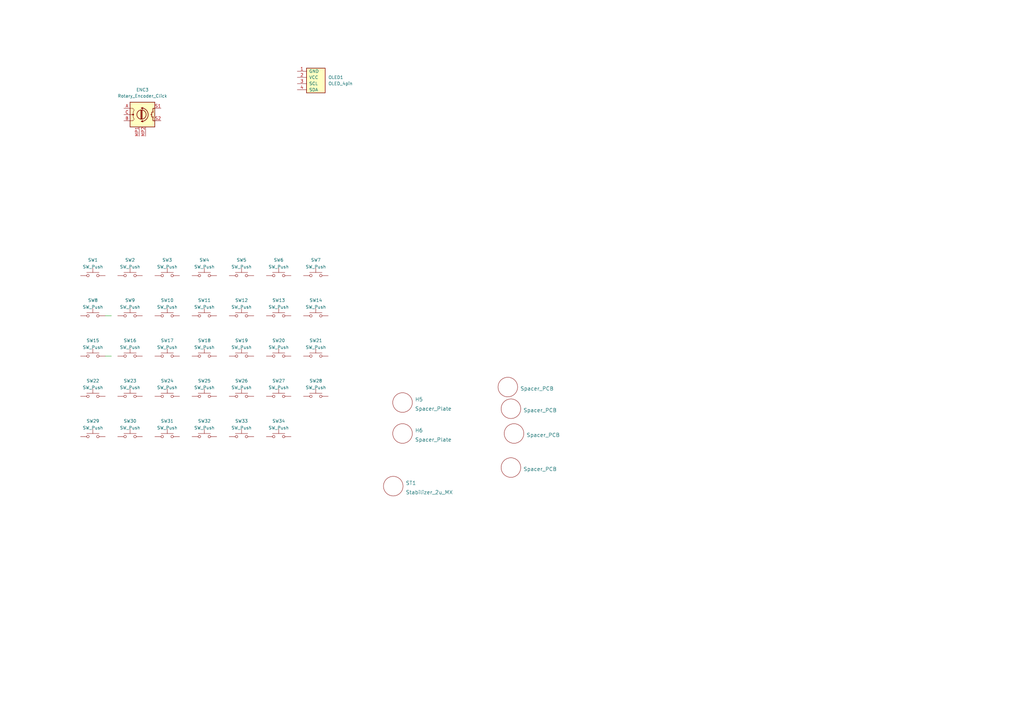
<source format=kicad_sch>
(kicad_sch (version 20211123) (generator eeschema)
  (paper "A3")
  (title_block (title "RefleXion - 65 Front Plate Module") (date "2022-10-10") (rev "v1.0.0") (company "Tweety's Wild Thinking") (comment 1 "Design: Markus Knutsson <markus.knutsson@tweety.se>") (comment 2 "Concept: Pedro Quaresma <pq@live.ie>") (comment 3 "https://github.com/TweetyDaBird") (comment 4 "Licensed under Creative Commons BY-SA 4.0 International"))
  (lib_symbols
    (symbol "Keyboard Common:OLED_4pin" (pin_names (offset 1.016))
      (property "Reference" "OLED" (at 0 5.08 0))
      (property "Value" "OLED_4pin" (at 0 -7.62 0))
      (symbol "OLED_4pin_1_1"
        (rectangle (start -1.27 3.81) (end 6.35 -6.35) (stroke (width 0.254)) (fill (type background)))
        (pin passive line (at -5.08 2.54 0) (length 3.81) (name "GND") (number "1"))
        (pin passive line (at -5.08 0 0) (length 3.81) (name "VCC") (number "2"))
        (pin passive line (at -5.08 -2.54 0) (length 3.81) (name "SCL") (number "3"))
        (pin passive line (at -5.08 -5.08 0) (length 3.81) (name "SDA") (number "4"))
      )
    )
    (symbol "Keyboard Switches:Rotary_Encoder_Click" (pin_names (offset 0.254) hide)
      (property "Reference" "ENC" (at 0 6.604 0))
      (property "Value" "Rotary_Encoder_Click" (at 0 8.89 0))
      (symbol "Rotary_Encoder_Click_0_1"
        (rectangle (start -5.08 5.08) (end 5.08 -5.08) (stroke (width 0.254)) (fill (type background)))
        (circle (center -3.81 0) (radius 0.254) (fill (type outline)))
        (arc (start -0.381 -2.794) (mid 2.3622 -0.0508) (end -0.381 2.667) (stroke (width 0.254)))
        (circle (center -0.381 0) (radius 1.905) (stroke (width 0.254)))
        (polyline (pts (xy -0.635 -1.778) (xy -0.635 1.778)) (stroke (width 0.254)))
        (polyline (pts (xy -0.381 -1.778) (xy -0.381 1.778)) (stroke (width 0.254)))
        (polyline (pts (xy -0.127 1.778) (xy -0.127 -1.778)) (stroke (width 0.254)))
        (polyline (pts (xy 3.81 0) (xy 3.429 0)) (stroke (width 0.254)))
        (polyline (pts (xy 3.81 1.016) (xy 3.81 -1.016)) (stroke (width 0.254)))
        (polyline (pts (xy -5.08 -2.54) (xy -3.81 -2.54) (xy -3.81 -2.032)))
        (polyline (pts (xy -5.08 2.54) (xy -3.81 2.54) (xy -3.81 2.032)))
        (polyline (pts (xy 0.254 -3.048) (xy -0.508 -2.794) (xy 0.127 -2.413)) (stroke (width 0.254)))
        (polyline (pts (xy 0.254 2.921) (xy -0.508 2.667) (xy 0.127 2.286)) (stroke (width 0.254)))
        (polyline (pts (xy 5.08 -2.54) (xy 4.318 -2.54) (xy 4.318 -1.016)) (stroke (width 0.254)))
        (polyline (pts (xy 5.08 2.54) (xy 4.318 2.54) (xy 4.318 1.016)) (stroke (width 0.254)))
        (polyline (pts (xy -5.08 0) (xy -3.81 0) (xy -3.81 -1.016) (xy -3.302 -2.032)))
        (polyline (pts (xy -4.318 0) (xy -3.81 0) (xy -3.81 1.016) (xy -3.302 2.032)))
        (circle (center 4.318 -1.016) (radius 0.127) (stroke (width 0.254)))
        (circle (center 4.318 1.016) (radius 0.127) (stroke (width 0.254)))
      )
      (symbol "Rotary_Encoder_Click_1_1"
        (pin passive line (at -7.62 2.54 0) (length 2.54) (name "A") (number "A"))
        (pin passive line (at -7.62 -2.54 0) (length 2.54) (name "B") (number "B"))
        (pin passive line (at -7.62 0 0) (length 2.54) (name "C") (number "C"))
        (pin power_in line (at -1.27 -8.89 90) (length 3.7084) (name "GND") (number "MP1"))
        (pin power_in line (at 1.27 -8.89 90) (length 3.7592) (name "GND") (number "MP2"))
        (pin passive line (at 7.62 2.54 180) (length 2.54) (name "S1") (number "S1"))
        (pin passive line (at 7.62 -2.54 180) (length 2.54) (name "S2") (number "S2"))
      )
    )
    (symbol "Keyboard Switches:SW_MX_HotSwap_Reversible" (pin_numbers hide) (pin_names (offset 1.016) hide)
      (property "Reference" "SW" (at 1.27 2.54 0))
      (property "Value" "SW_MX_HotSwap_Reversible" (at 0 -1.524 0))
      (symbol "SW_MX_HotSwap_Reversible_0_1"
        (circle (center -2.032 0) (radius 0.508))
        (polyline (pts (xy 0 1.27) (xy 0 3.048)))
        (polyline (pts (xy 2.54 1.27) (xy -2.54 1.27)))
        (circle (center 2.032 0) (radius 0.508))
        (pin passive line (at -5.08 0 0) (length 2.54) (name "1") (number "1"))
        (pin passive line (at 5.08 0 180) (length 2.54) (name "2") (number "2"))
      )
    )
    (symbol "Keyboard Switches:Stabilizer_2u_MX" (pin_names (offset 1.016))
      (property "Reference" "ST1" (at 0 -1.27 0))
      (property "Value" "Stabilizer_2u_MX" (at 0 1.27 0))
      (symbol "Stabilizer_2u_MX_0_1"
        (circle (center 0 0) (radius 4.0132))
      )
    )
    (symbol "Keyboard_Plate:Spacer_PCB" (pin_names (offset 1.016))
      (property "Value" "Spacer_PCB" (at 0 1.27 0))
      (symbol "Spacer_PCB_0_1"
        (circle (center 0 0) (radius 4.0132))
      )
    )
    (symbol "Keyboard_Plate:Spacer_Plate" (pin_names (offset 1.016))
      (property "Reference" "H1" (at 4.7244 1.3462 0))
      (property "Value" "Spacer_Plate" (at 4.7244 -1.3462 0))
      (symbol "Spacer_Plate_0_1"
        (circle (center 0 0) (radius 4.0132))
      )
    )
  )
  (wire (pts (xy 43.18 146.05) (xy 45.72 146.05)))
  (wire (pts (xy 43.18 129.54) (xy 45.72 129.54)))
  (symbol (lib_id "Keyboard Switches:SW_MX_HotSwap_Reversible") (at 83.82 162.56 0) (unit 1)
    (property "Reference" "SW25" (at 83.82 156.1805 0))
    (property "Value" "SW_Push" (at 83.82 158.9556 0))
    (property "Footprint" "Keyboard_Plate:SW_MX_Plate_Placeholder" (effects hide))
  )
  (symbol (lib_id "Keyboard Common:OLED_4pin") (at 127 31.75 0) (unit 1)
    (property "Reference" "OLED1" (at 134.62 31.7499 0) (effects (justify left)))
    (property "Value" "OLED_4pin" (at 134.62 34.2899 0) (effects (justify left)))
    (property "Footprint" "Keyboard_Plate:OLED Placeholder" (effects hide))
  )
  (symbol (lib_id "Keyboard Switches:SW_MX_HotSwap_Reversible") (at 53.34 146.05 0) (unit 1)
    (property "Reference" "SW16" (at 53.34 139.6705 0))
    (property "Value" "SW_Push" (at 53.34 142.4456 0))
    (property "Footprint" "Keyboard_Plate:SW_MX_Plate_Placeholder" (effects hide))
  )
  (symbol (lib_id "Keyboard Switches:Stabilizer_2u_MX") (at 161.29 199.39 0) (unit 1)
    (property "Reference" "ST1" (at 166.37 198.12 0) (effects (font (size 1.524 1.524)) (justify left)))
    (property "Value" "Stabilizer_2u_MX" (at 166.37 201.93 0) (effects (font (size 1.524 1.524)) (justify left)))
    (property "Footprint" "Keyboard_Plate:Stabilizer_Cherry_MX_2.00u_PLate" (effects hide))
  )
  (symbol (lib_id "Keyboard Switches:SW_MX_HotSwap_Reversible") (at 68.58 162.56 0) (unit 1)
    (property "Reference" "SW24" (at 68.58 156.1805 0))
    (property "Value" "SW_Push" (at 68.58 158.9556 0))
    (property "Footprint" "Keyboard_Plate:SW_MX_Plate_Placeholder" (effects hide))
  )
  (symbol (lib_id "Keyboard Switches:Rotary_Encoder_Click") (at 58.42 46.99 0) (unit 1)
    (property "Reference" "ENC3" (at 58.42 36.83 0))
    (property "Value" "Rotary_Encoder_Click" (at 58.42 39.37 0))
    (property "Footprint" "Keyboard Encoders:Encoder_Plate_Placeholder" (effects hide))
  )
  (symbol (lib_id "Keyboard Switches:SW_MX_HotSwap_Reversible") (at 129.54 162.56 0) (unit 1)
    (property "Reference" "SW28" (at 129.54 156.1805 0))
    (property "Value" "SW_Push" (at 129.54 158.9556 0))
    (property "Footprint" "Keyboard_Plate:SW_MX_Plate_Placeholder" (effects hide))
  )
  (symbol (lib_id "Keyboard Switches:SW_MX_HotSwap_Reversible") (at 114.3 146.05 0) (unit 1)
    (property "Reference" "SW20" (at 114.3 139.6705 0))
    (property "Value" "SW_Push" (at 114.3 142.4456 0))
    (property "Footprint" "Keyboard_Plate:SW_MX_Plate_Placeholder" (effects hide))
  )
  (symbol (lib_id "Keyboard Switches:SW_MX_HotSwap_Reversible") (at 38.1 129.54 0) (unit 1)
    (property "Reference" "SW8" (at 38.1 123.1605 0))
    (property "Value" "SW_Push" (at 38.1 125.9356 0))
    (property "Footprint" "Keyboard_Plate:SW_MX_Plate_Placeholder" (effects hide))
  )
  (symbol (lib_id "Keyboard Switches:SW_MX_HotSwap_Reversible") (at 38.1 146.05 0) (unit 1)
    (property "Reference" "SW15" (at 38.1 139.6705 0))
    (property "Value" "SW_Push" (at 38.1 142.4456 0))
    (property "Footprint" "Keyboard_Plate:SW_MX_Plate_Placeholder" (effects hide))
  )
  (symbol (lib_id "Keyboard Switches:SW_MX_HotSwap_Reversible") (at 53.34 113.03 0) (unit 1)
    (property "Reference" "SW2" (at 53.34 106.6505 0))
    (property "Value" "SW_Push" (at 53.34 109.4256 0))
    (property "Footprint" "Keyboard_Plate:SW_MX_Plate_Placeholder" (effects hide))
  )
  (symbol (lib_id "Keyboard Switches:SW_MX_HotSwap_Reversible") (at 83.82 129.54 0) (unit 1)
    (property "Reference" "SW11" (at 83.82 123.1605 0))
    (property "Value" "SW_Push" (at 83.82 125.9356 0))
    (property "Footprint" "Keyboard_Plate:SW_MX_Plate_Placeholder" (effects hide))
  )
  (symbol (lib_id "Keyboard_Plate:Spacer_PCB") (at 209.55 191.77 0) (unit 1)
    (property "Reference" "H1" (effects hide))
    (property "Value" "Spacer_PCB" (at 214.63 192.405 0) (effects (font (size 1.524 1.524)) (justify left)))
    (property "Footprint" "Keyboard_Plate:Spacer Plate hole" (effects hide))
  )
  (symbol (lib_id "Keyboard Switches:SW_MX_HotSwap_Reversible") (at 68.58 179.07 0) (unit 1)
    (property "Reference" "SW31" (at 68.58 172.6905 0))
    (property "Value" "SW_Push" (at 68.58 175.4656 0))
    (property "Footprint" "Keyboard_Plate:SW_MX_Plate_Placeholder" (effects hide))
  )
  (symbol (lib_id "Keyboard_Plate:Spacer_PCB") (at 208.28 158.75 0) (unit 1)
    (property "Reference" "H2" (effects hide))
    (property "Value" "Spacer_PCB" (at 213.36 159.385 0) (effects (font (size 1.524 1.524)) (justify left)))
    (property "Footprint" "Keyboard_Plate:Spacer Plate hole" (effects hide))
  )
  (symbol (lib_id "Keyboard Switches:SW_MX_HotSwap_Reversible") (at 53.34 179.07 0) (unit 1)
    (property "Reference" "SW30" (at 53.34 172.6905 0))
    (property "Value" "SW_Push" (at 53.34 175.4656 0))
    (property "Footprint" "Keyboard_Plate:SW_MX_Plate_Placeholder" (effects hide))
  )
  (symbol (lib_id "Keyboard Switches:SW_MX_HotSwap_Reversible") (at 99.06 129.54 0) (unit 1)
    (property "Reference" "SW12" (at 99.06 123.1605 0))
    (property "Value" "SW_Push" (at 99.06 125.9356 0))
    (property "Footprint" "Keyboard_Plate:SW_MX_Plate_Placeholder" (effects hide))
  )
  (symbol (lib_id "Keyboard Switches:SW_MX_HotSwap_Reversible") (at 83.82 179.07 0) (unit 1)
    (property "Reference" "SW32" (at 83.82 172.6905 0))
    (property "Value" "SW_Push" (at 83.82 175.4656 0))
    (property "Footprint" "Keyboard_Plate:SW_MX_Plate_Placeholder" (effects hide))
  )
  (symbol (lib_id "Keyboard Switches:SW_MX_HotSwap_Reversible") (at 68.58 129.54 0) (unit 1)
    (property "Reference" "SW10" (at 68.58 123.1605 0))
    (property "Value" "SW_Push" (at 68.58 125.9356 0))
    (property "Footprint" "Keyboard_Plate:SW_MX_Plate_Placeholder" (effects hide))
  )
  (symbol (lib_id "Keyboard_Plate:Spacer_PCB") (at 209.55 167.64 0) (unit 1)
    (property "Reference" "H3" (effects hide))
    (property "Value" "Spacer_PCB" (at 214.63 168.275 0) (effects (font (size 1.524 1.524)) (justify left)))
    (property "Footprint" "Keyboard_Plate:Spacer Plate hole" (effects hide))
  )
  (symbol (lib_id "Keyboard Switches:SW_MX_HotSwap_Reversible") (at 114.3 162.56 0) (unit 1)
    (property "Reference" "SW27" (at 114.3 156.1805 0))
    (property "Value" "SW_Push" (at 114.3 158.9556 0))
    (property "Footprint" "Keyboard_Plate:SW_MX_Plate_Placeholder" (effects hide))
  )
  (symbol (lib_id "Keyboard Switches:SW_MX_HotSwap_Reversible") (at 83.82 113.03 0) (unit 1)
    (property "Reference" "SW4" (at 83.82 106.6505 0))
    (property "Value" "SW_Push" (at 83.82 109.4256 0))
    (property "Footprint" "Keyboard_Plate:SW_MX_Plate_Placeholder" (effects hide))
  )
  (symbol (lib_id "Keyboard Switches:SW_MX_HotSwap_Reversible") (at 99.06 146.05 0) (unit 1)
    (property "Reference" "SW19" (at 99.06 139.6705 0))
    (property "Value" "SW_Push" (at 99.06 142.4456 0))
    (property "Footprint" "Keyboard_Plate:SW_MX_Plate_Placeholder" (effects hide))
  )
  (symbol (lib_id "Keyboard Switches:SW_MX_HotSwap_Reversible") (at 129.54 113.03 0) (unit 1)
    (property "Reference" "SW7" (at 129.54 106.6505 0))
    (property "Value" "SW_Push" (at 129.54 109.4256 0))
    (property "Footprint" "Keyboard_Plate:SW_MX_Plate_Placeholder" (effects hide))
  )
  (symbol (lib_id "Keyboard Switches:SW_MX_HotSwap_Reversible") (at 114.3 129.54 0) (unit 1)
    (property "Reference" "SW13" (at 114.3 123.1605 0))
    (property "Value" "SW_Push" (at 114.3 125.9356 0))
    (property "Footprint" "Keyboard_Plate:SW_MX_Plate_Placeholder" (effects hide))
  )
  (symbol (lib_id "Keyboard Switches:SW_MX_HotSwap_Reversible") (at 53.34 162.56 0) (unit 1)
    (property "Reference" "SW23" (at 53.34 156.1805 0))
    (property "Value" "SW_Push" (at 53.34 158.9556 0))
    (property "Footprint" "Keyboard_Plate:SW_MX_Plate_Placeholder" (effects hide))
  )
  (symbol (lib_id "Keyboard_Plate:Spacer_Plate") (at 165.1 165.1 0) (unit 1)
    (property "Reference" "H5" (at 170.18 163.83 0) (effects (font (size 1.524 1.524)) (justify left)))
    (property "Value" "Spacer_Plate" (at 170.18 167.64 0) (effects (font (size 1.524 1.524)) (justify left)))
    (property "Footprint" "Keyboard_Plate:Spacer Plate hole" (effects hide))
  )
  (symbol (lib_id "Keyboard Switches:SW_MX_HotSwap_Reversible") (at 53.34 129.54 0) (unit 1)
    (property "Reference" "SW9" (at 53.34 123.1605 0))
    (property "Value" "SW_Push" (at 53.34 125.9356 0))
    (property "Footprint" "Keyboard_Plate:SW_MX_Plate_Placeholder" (effects hide))
  )
  (symbol (lib_id "Keyboard Switches:SW_MX_HotSwap_Reversible") (at 83.82 146.05 0) (unit 1)
    (property "Reference" "SW18" (at 83.82 139.6705 0))
    (property "Value" "SW_Push" (at 83.82 142.4456 0))
    (property "Footprint" "Keyboard_Plate:SW_MX_Plate_Placeholder" (effects hide))
  )
  (symbol (lib_id "Keyboard Switches:SW_MX_HotSwap_Reversible") (at 99.06 179.07 0) (unit 1)
    (property "Reference" "SW33" (at 99.06 172.6905 0))
    (property "Value" "SW_Push" (at 99.06 175.4656 0))
    (property "Footprint" "Keyboard_Plate:SW_MX_Plate_Placeholder" (effects hide))
  )
  (symbol (lib_id "Keyboard_Plate:Spacer_PCB") (at 210.82 177.8 0) (unit 1)
    (property "Reference" "H4" (effects hide))
    (property "Value" "Spacer_PCB" (at 215.9 178.435 0) (effects (font (size 1.524 1.524)) (justify left)))
    (property "Footprint" "Keyboard_Plate:Spacer Plate hole" (effects hide))
  )
  (symbol (lib_id "Keyboard Switches:SW_MX_HotSwap_Reversible") (at 38.1 179.07 0) (unit 1)
    (property "Reference" "SW29" (at 38.1 172.6905 0))
    (property "Value" "SW_Push" (at 38.1 175.4656 0))
    (property "Footprint" "Keyboard_Plate:SW_MX_Plate_Placeholder" (effects hide))
  )
  (symbol (lib_id "Keyboard_Plate:Spacer_Plate") (at 165.1 177.8 0) (unit 1)
    (property "Reference" "H6" (at 170.18 176.53 0) (effects (font (size 1.524 1.524)) (justify left)))
    (property "Value" "Spacer_Plate" (at 170.18 180.34 0) (effects (font (size 1.524 1.524)) (justify left)))
    (property "Footprint" "Keyboard_Plate:Spacer Plate hole" (effects hide))
  )
  (symbol (lib_id "Keyboard Switches:SW_MX_HotSwap_Reversible") (at 68.58 146.05 0) (unit 1)
    (property "Reference" "SW17" (at 68.58 139.6705 0))
    (property "Value" "SW_Push" (at 68.58 142.4456 0))
    (property "Footprint" "Keyboard_Plate:SW_MX_Plate_Placeholder" (effects hide))
  )
  (symbol (lib_id "Keyboard Switches:SW_MX_HotSwap_Reversible") (at 99.06 113.03 0) (unit 1)
    (property "Reference" "SW5" (at 99.06 106.6505 0))
    (property "Value" "SW_Push" (at 99.06 109.4256 0))
    (property "Footprint" "Keyboard_Plate:SW_MX_Plate_Placeholder" (effects hide))
  )
  (symbol (lib_id "Keyboard Switches:SW_MX_HotSwap_Reversible") (at 68.58 113.03 0) (unit 1)
    (property "Reference" "SW3" (at 68.58 106.6505 0))
    (property "Value" "SW_Push" (at 68.58 109.4256 0))
    (property "Footprint" "Keyboard_Plate:SW_MX_Plate_Placeholder" (effects hide))
  )
  (symbol (lib_id "Keyboard Switches:SW_MX_HotSwap_Reversible") (at 38.1 113.03 0) (unit 1)
    (property "Reference" "SW1" (at 38.1 106.6505 0))
    (property "Value" "SW_Push" (at 38.1 109.4256 0))
    (property "Footprint" "Keyboard_Plate:SW_MX_Plate_Placeholder" (effects hide))
  )
  (symbol (lib_id "Keyboard Switches:SW_MX_HotSwap_Reversible") (at 114.3 113.03 0) (unit 1)
    (property "Reference" "SW6" (at 114.3 106.6505 0))
    (property "Value" "SW_Push" (at 114.3 109.4256 0))
    (property "Footprint" "Keyboard_Plate:SW_MX_Plate_Placeholder" (effects hide))
  )
  (symbol (lib_id "Keyboard Switches:SW_MX_HotSwap_Reversible") (at 114.3 179.07 0) (unit 1)
    (property "Reference" "SW34" (at 114.3 172.6905 0))
    (property "Value" "SW_Push" (at 114.3 175.4656 0))
    (property "Footprint" "Keyboard_Plate:SW_MX_Plate_Placeholder" (effects hide))
  )
  (symbol (lib_id "Keyboard Switches:SW_MX_HotSwap_Reversible") (at 129.54 129.54 0) (unit 1)
    (property "Reference" "SW14" (at 129.54 123.1605 0))
    (property "Value" "SW_Push" (at 129.54 125.9356 0))
    (property "Footprint" "Keyboard_Plate:SW_MX_Plate_Placeholder" (effects hide))
  )
  (symbol (lib_id "Keyboard Switches:SW_MX_HotSwap_Reversible") (at 99.06 162.56 0) (unit 1)
    (property "Reference" "SW26" (at 99.06 156.1805 0))
    (property "Value" "SW_Push" (at 99.06 158.9556 0))
    (property "Footprint" "Keyboard_Plate:SW_MX_Plate_Placeholder" (effects hide))
  )
  (symbol (lib_id "Keyboard Switches:SW_MX_HotSwap_Reversible") (at 38.1 162.56 0) (unit 1)
    (property "Reference" "SW22" (at 38.1 156.1805 0))
    (property "Value" "SW_Push" (at 38.1 158.9556 0))
    (property "Footprint" "Keyboard_Plate:SW_MX_Plate_Placeholder" (effects hide))
  )
  (symbol (lib_id "Keyboard Switches:SW_MX_HotSwap_Reversible") (at 129.54 146.05 0) (unit 1)
    (property "Reference" "SW21" (at 129.54 139.6705 0))
    (property "Value" "SW_Push" (at 129.54 142.4456 0))
    (property "Footprint" "Keyboard_Plate:SW_MX_Plate_Placeholder" (effects hide))
  )
)
</source>
